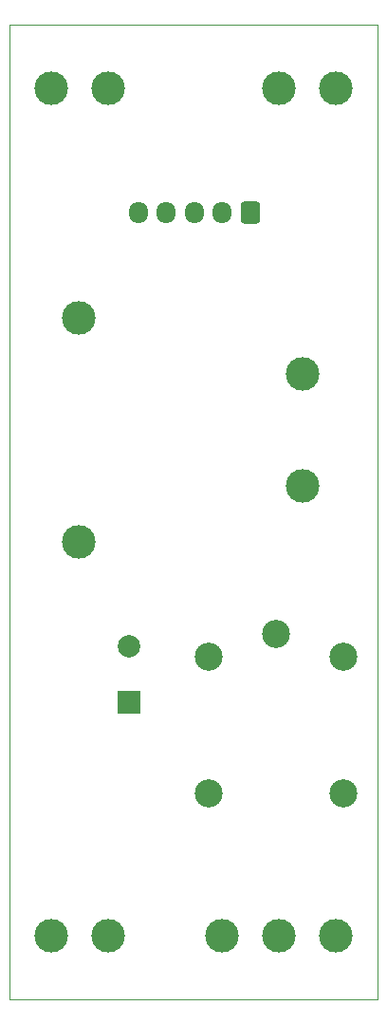
<source format=gbr>
%TF.GenerationSoftware,KiCad,Pcbnew,6.0.11+dfsg-1*%
%TF.CreationDate,2024-01-27T16:44:02+03:00*%
%TF.ProjectId,power,706f7765-722e-46b6-9963-61645f706362,rev?*%
%TF.SameCoordinates,Original*%
%TF.FileFunction,Soldermask,Top*%
%TF.FilePolarity,Negative*%
%FSLAX46Y46*%
G04 Gerber Fmt 4.6, Leading zero omitted, Abs format (unit mm)*
G04 Created by KiCad (PCBNEW 6.0.11+dfsg-1) date 2024-01-27 16:44:02*
%MOMM*%
%LPD*%
G01*
G04 APERTURE LIST*
G04 Aperture macros list*
%AMRoundRect*
0 Rectangle with rounded corners*
0 $1 Rounding radius*
0 $2 $3 $4 $5 $6 $7 $8 $9 X,Y pos of 4 corners*
0 Add a 4 corners polygon primitive as box body*
4,1,4,$2,$3,$4,$5,$6,$7,$8,$9,$2,$3,0*
0 Add four circle primitives for the rounded corners*
1,1,$1+$1,$2,$3*
1,1,$1+$1,$4,$5*
1,1,$1+$1,$6,$7*
1,1,$1+$1,$8,$9*
0 Add four rect primitives between the rounded corners*
20,1,$1+$1,$2,$3,$4,$5,0*
20,1,$1+$1,$4,$5,$6,$7,0*
20,1,$1+$1,$6,$7,$8,$9,0*
20,1,$1+$1,$8,$9,$2,$3,0*%
G04 Aperture macros list end*
%TA.AperFunction,Profile*%
%ADD10C,0.100000*%
%TD*%
%ADD11C,3.000000*%
%ADD12RoundRect,0.250000X0.600000X0.725000X-0.600000X0.725000X-0.600000X-0.725000X0.600000X-0.725000X0*%
%ADD13O,1.700000X1.950000*%
%ADD14R,2.000000X2.000000*%
%ADD15C,2.000000*%
%ADD16C,2.500000*%
G04 APERTURE END LIST*
D10*
X234198000Y-111156000D02*
X266998000Y-111156000D01*
X266998000Y-111156000D02*
X266998000Y-24256000D01*
X266998000Y-24256000D02*
X234198000Y-24256000D01*
X234198000Y-24256000D02*
X234198000Y-111156000D01*
D11*
%TO.C,P3*%
X242978000Y-29906000D03*
X237898000Y-29906000D03*
%TD*%
%TO.C,P1*%
X237898000Y-105506000D03*
X242978000Y-105506000D03*
%TD*%
D12*
%TO.C,J1*%
X255672000Y-41028000D03*
D13*
X253172000Y-41028000D03*
X250672000Y-41028000D03*
X248172000Y-41028000D03*
X245672000Y-41028000D03*
%TD*%
D14*
%TO.C,C1*%
X244877000Y-84670677D03*
D15*
X244877000Y-79670677D03*
%TD*%
D11*
%TO.C,P4*%
X263298000Y-29906000D03*
X258218000Y-29906000D03*
%TD*%
%TO.C,P2*%
X253138000Y-105506000D03*
X258218000Y-105506000D03*
X263298000Y-105506000D03*
%TD*%
D16*
%TO.C,K1*%
X263958000Y-80598000D03*
X251958000Y-80598000D03*
X257958000Y-78598000D03*
X263958000Y-92798000D03*
X251958000Y-92798000D03*
%TD*%
D11*
%TO.C,TR1*%
X240344000Y-50386000D03*
X240344000Y-70386000D03*
X260344000Y-65386000D03*
X260344000Y-55386000D03*
%TD*%
M02*

</source>
